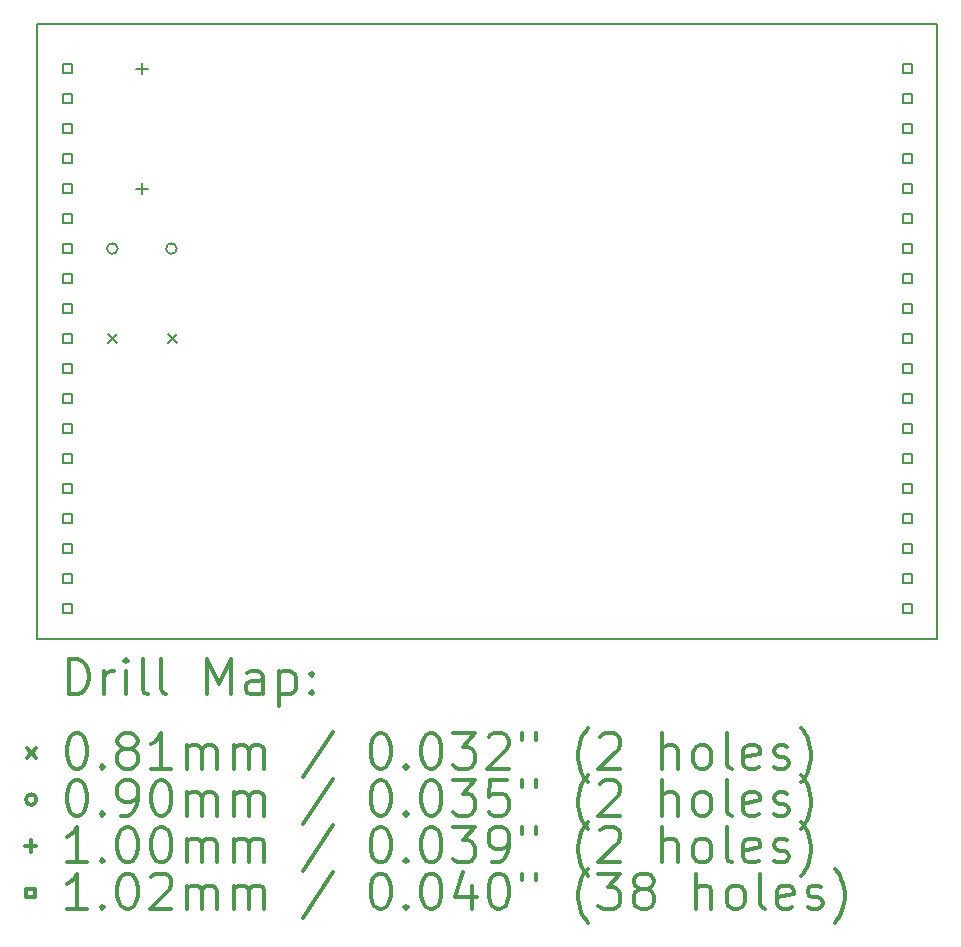
<source format=gbr>
%FSLAX45Y45*%
G04 Gerber Fmt 4.5, Leading zero omitted, Abs format (unit mm)*
G04 Created by KiCad (PCBNEW 4.0.3+e1-6302~38~ubuntu16.04.1-stable) date Thu Aug 25 11:49:28 2016*
%MOMM*%
%LPD*%
G01*
G04 APERTURE LIST*
%ADD10C,0.127000*%
%ADD11C,0.150000*%
%ADD12C,0.200000*%
%ADD13C,0.300000*%
G04 APERTURE END LIST*
D10*
D11*
X16002000Y-11176000D02*
X14732000Y-11176000D01*
X16002000Y-5969000D02*
X16002000Y-11176000D01*
X8382000Y-5969000D02*
X16002000Y-5969000D01*
X14732000Y-11176000D02*
X8382000Y-11176000D01*
X8382000Y-5969000D02*
X8382000Y-11176000D01*
D12*
X8976360Y-8595360D02*
X9057640Y-8676640D01*
X9057640Y-8595360D02*
X8976360Y-8676640D01*
X9484360Y-8595360D02*
X9565640Y-8676640D01*
X9565640Y-8595360D02*
X9484360Y-8676640D01*
X9062000Y-7874000D02*
G75*
G03X9062000Y-7874000I-45000J0D01*
G01*
X9562000Y-7874000D02*
G75*
G03X9562000Y-7874000I-45000J0D01*
G01*
X9271000Y-6299962D02*
X9271000Y-6400038D01*
X9220962Y-6350000D02*
X9321038Y-6350000D01*
X9271000Y-7315962D02*
X9271000Y-7416038D01*
X9220962Y-7366000D02*
X9321038Y-7366000D01*
X8671921Y-6385921D02*
X8671921Y-6314079D01*
X8600079Y-6314079D01*
X8600079Y-6385921D01*
X8671921Y-6385921D01*
X8671921Y-6639921D02*
X8671921Y-6568079D01*
X8600079Y-6568079D01*
X8600079Y-6639921D01*
X8671921Y-6639921D01*
X8671921Y-6893921D02*
X8671921Y-6822079D01*
X8600079Y-6822079D01*
X8600079Y-6893921D01*
X8671921Y-6893921D01*
X8671921Y-7147921D02*
X8671921Y-7076079D01*
X8600079Y-7076079D01*
X8600079Y-7147921D01*
X8671921Y-7147921D01*
X8671921Y-7401921D02*
X8671921Y-7330079D01*
X8600079Y-7330079D01*
X8600079Y-7401921D01*
X8671921Y-7401921D01*
X8671921Y-7655921D02*
X8671921Y-7584079D01*
X8600079Y-7584079D01*
X8600079Y-7655921D01*
X8671921Y-7655921D01*
X8671921Y-7909921D02*
X8671921Y-7838079D01*
X8600079Y-7838079D01*
X8600079Y-7909921D01*
X8671921Y-7909921D01*
X8671921Y-8163921D02*
X8671921Y-8092079D01*
X8600079Y-8092079D01*
X8600079Y-8163921D01*
X8671921Y-8163921D01*
X8671921Y-8417921D02*
X8671921Y-8346079D01*
X8600079Y-8346079D01*
X8600079Y-8417921D01*
X8671921Y-8417921D01*
X8671921Y-8671921D02*
X8671921Y-8600079D01*
X8600079Y-8600079D01*
X8600079Y-8671921D01*
X8671921Y-8671921D01*
X8671921Y-8925921D02*
X8671921Y-8854079D01*
X8600079Y-8854079D01*
X8600079Y-8925921D01*
X8671921Y-8925921D01*
X8671921Y-9179921D02*
X8671921Y-9108079D01*
X8600079Y-9108079D01*
X8600079Y-9179921D01*
X8671921Y-9179921D01*
X8671921Y-9433921D02*
X8671921Y-9362079D01*
X8600079Y-9362079D01*
X8600079Y-9433921D01*
X8671921Y-9433921D01*
X8671921Y-9687921D02*
X8671921Y-9616079D01*
X8600079Y-9616079D01*
X8600079Y-9687921D01*
X8671921Y-9687921D01*
X8671921Y-9941921D02*
X8671921Y-9870079D01*
X8600079Y-9870079D01*
X8600079Y-9941921D01*
X8671921Y-9941921D01*
X8671921Y-10195921D02*
X8671921Y-10124079D01*
X8600079Y-10124079D01*
X8600079Y-10195921D01*
X8671921Y-10195921D01*
X8671921Y-10449921D02*
X8671921Y-10378079D01*
X8600079Y-10378079D01*
X8600079Y-10449921D01*
X8671921Y-10449921D01*
X8671921Y-10703921D02*
X8671921Y-10632079D01*
X8600079Y-10632079D01*
X8600079Y-10703921D01*
X8671921Y-10703921D01*
X8671921Y-10957921D02*
X8671921Y-10886079D01*
X8600079Y-10886079D01*
X8600079Y-10957921D01*
X8671921Y-10957921D01*
X15783921Y-6385921D02*
X15783921Y-6314079D01*
X15712079Y-6314079D01*
X15712079Y-6385921D01*
X15783921Y-6385921D01*
X15783921Y-6639921D02*
X15783921Y-6568079D01*
X15712079Y-6568079D01*
X15712079Y-6639921D01*
X15783921Y-6639921D01*
X15783921Y-6893921D02*
X15783921Y-6822079D01*
X15712079Y-6822079D01*
X15712079Y-6893921D01*
X15783921Y-6893921D01*
X15783921Y-7147921D02*
X15783921Y-7076079D01*
X15712079Y-7076079D01*
X15712079Y-7147921D01*
X15783921Y-7147921D01*
X15783921Y-7401921D02*
X15783921Y-7330079D01*
X15712079Y-7330079D01*
X15712079Y-7401921D01*
X15783921Y-7401921D01*
X15783921Y-7655921D02*
X15783921Y-7584079D01*
X15712079Y-7584079D01*
X15712079Y-7655921D01*
X15783921Y-7655921D01*
X15783921Y-7909921D02*
X15783921Y-7838079D01*
X15712079Y-7838079D01*
X15712079Y-7909921D01*
X15783921Y-7909921D01*
X15783921Y-8163921D02*
X15783921Y-8092079D01*
X15712079Y-8092079D01*
X15712079Y-8163921D01*
X15783921Y-8163921D01*
X15783921Y-8417921D02*
X15783921Y-8346079D01*
X15712079Y-8346079D01*
X15712079Y-8417921D01*
X15783921Y-8417921D01*
X15783921Y-8671921D02*
X15783921Y-8600079D01*
X15712079Y-8600079D01*
X15712079Y-8671921D01*
X15783921Y-8671921D01*
X15783921Y-8925921D02*
X15783921Y-8854079D01*
X15712079Y-8854079D01*
X15712079Y-8925921D01*
X15783921Y-8925921D01*
X15783921Y-9179921D02*
X15783921Y-9108079D01*
X15712079Y-9108079D01*
X15712079Y-9179921D01*
X15783921Y-9179921D01*
X15783921Y-9433921D02*
X15783921Y-9362079D01*
X15712079Y-9362079D01*
X15712079Y-9433921D01*
X15783921Y-9433921D01*
X15783921Y-9687921D02*
X15783921Y-9616079D01*
X15712079Y-9616079D01*
X15712079Y-9687921D01*
X15783921Y-9687921D01*
X15783921Y-9941921D02*
X15783921Y-9870079D01*
X15712079Y-9870079D01*
X15712079Y-9941921D01*
X15783921Y-9941921D01*
X15783921Y-10195921D02*
X15783921Y-10124079D01*
X15712079Y-10124079D01*
X15712079Y-10195921D01*
X15783921Y-10195921D01*
X15783921Y-10449921D02*
X15783921Y-10378079D01*
X15712079Y-10378079D01*
X15712079Y-10449921D01*
X15783921Y-10449921D01*
X15783921Y-10703921D02*
X15783921Y-10632079D01*
X15712079Y-10632079D01*
X15712079Y-10703921D01*
X15783921Y-10703921D01*
X15783921Y-10957921D02*
X15783921Y-10886079D01*
X15712079Y-10886079D01*
X15712079Y-10957921D01*
X15783921Y-10957921D01*
D13*
X8645929Y-11649214D02*
X8645929Y-11349214D01*
X8717357Y-11349214D01*
X8760214Y-11363500D01*
X8788786Y-11392071D01*
X8803071Y-11420643D01*
X8817357Y-11477786D01*
X8817357Y-11520643D01*
X8803071Y-11577786D01*
X8788786Y-11606357D01*
X8760214Y-11634929D01*
X8717357Y-11649214D01*
X8645929Y-11649214D01*
X8945929Y-11649214D02*
X8945929Y-11449214D01*
X8945929Y-11506357D02*
X8960214Y-11477786D01*
X8974500Y-11463500D01*
X9003071Y-11449214D01*
X9031643Y-11449214D01*
X9131643Y-11649214D02*
X9131643Y-11449214D01*
X9131643Y-11349214D02*
X9117357Y-11363500D01*
X9131643Y-11377786D01*
X9145929Y-11363500D01*
X9131643Y-11349214D01*
X9131643Y-11377786D01*
X9317357Y-11649214D02*
X9288786Y-11634929D01*
X9274500Y-11606357D01*
X9274500Y-11349214D01*
X9474500Y-11649214D02*
X9445929Y-11634929D01*
X9431643Y-11606357D01*
X9431643Y-11349214D01*
X9817357Y-11649214D02*
X9817357Y-11349214D01*
X9917357Y-11563500D01*
X10017357Y-11349214D01*
X10017357Y-11649214D01*
X10288786Y-11649214D02*
X10288786Y-11492071D01*
X10274500Y-11463500D01*
X10245929Y-11449214D01*
X10188786Y-11449214D01*
X10160214Y-11463500D01*
X10288786Y-11634929D02*
X10260214Y-11649214D01*
X10188786Y-11649214D01*
X10160214Y-11634929D01*
X10145929Y-11606357D01*
X10145929Y-11577786D01*
X10160214Y-11549214D01*
X10188786Y-11534929D01*
X10260214Y-11534929D01*
X10288786Y-11520643D01*
X10431643Y-11449214D02*
X10431643Y-11749214D01*
X10431643Y-11463500D02*
X10460214Y-11449214D01*
X10517357Y-11449214D01*
X10545929Y-11463500D01*
X10560214Y-11477786D01*
X10574500Y-11506357D01*
X10574500Y-11592071D01*
X10560214Y-11620643D01*
X10545929Y-11634929D01*
X10517357Y-11649214D01*
X10460214Y-11649214D01*
X10431643Y-11634929D01*
X10703071Y-11620643D02*
X10717357Y-11634929D01*
X10703071Y-11649214D01*
X10688786Y-11634929D01*
X10703071Y-11620643D01*
X10703071Y-11649214D01*
X10703071Y-11463500D02*
X10717357Y-11477786D01*
X10703071Y-11492071D01*
X10688786Y-11477786D01*
X10703071Y-11463500D01*
X10703071Y-11492071D01*
X8293220Y-12102860D02*
X8374500Y-12184140D01*
X8374500Y-12102860D02*
X8293220Y-12184140D01*
X8703071Y-11979214D02*
X8731643Y-11979214D01*
X8760214Y-11993500D01*
X8774500Y-12007786D01*
X8788786Y-12036357D01*
X8803071Y-12093500D01*
X8803071Y-12164929D01*
X8788786Y-12222071D01*
X8774500Y-12250643D01*
X8760214Y-12264929D01*
X8731643Y-12279214D01*
X8703071Y-12279214D01*
X8674500Y-12264929D01*
X8660214Y-12250643D01*
X8645929Y-12222071D01*
X8631643Y-12164929D01*
X8631643Y-12093500D01*
X8645929Y-12036357D01*
X8660214Y-12007786D01*
X8674500Y-11993500D01*
X8703071Y-11979214D01*
X8931643Y-12250643D02*
X8945929Y-12264929D01*
X8931643Y-12279214D01*
X8917357Y-12264929D01*
X8931643Y-12250643D01*
X8931643Y-12279214D01*
X9117357Y-12107786D02*
X9088786Y-12093500D01*
X9074500Y-12079214D01*
X9060214Y-12050643D01*
X9060214Y-12036357D01*
X9074500Y-12007786D01*
X9088786Y-11993500D01*
X9117357Y-11979214D01*
X9174500Y-11979214D01*
X9203071Y-11993500D01*
X9217357Y-12007786D01*
X9231643Y-12036357D01*
X9231643Y-12050643D01*
X9217357Y-12079214D01*
X9203071Y-12093500D01*
X9174500Y-12107786D01*
X9117357Y-12107786D01*
X9088786Y-12122071D01*
X9074500Y-12136357D01*
X9060214Y-12164929D01*
X9060214Y-12222071D01*
X9074500Y-12250643D01*
X9088786Y-12264929D01*
X9117357Y-12279214D01*
X9174500Y-12279214D01*
X9203071Y-12264929D01*
X9217357Y-12250643D01*
X9231643Y-12222071D01*
X9231643Y-12164929D01*
X9217357Y-12136357D01*
X9203071Y-12122071D01*
X9174500Y-12107786D01*
X9517357Y-12279214D02*
X9345929Y-12279214D01*
X9431643Y-12279214D02*
X9431643Y-11979214D01*
X9403071Y-12022071D01*
X9374500Y-12050643D01*
X9345929Y-12064929D01*
X9645929Y-12279214D02*
X9645929Y-12079214D01*
X9645929Y-12107786D02*
X9660214Y-12093500D01*
X9688786Y-12079214D01*
X9731643Y-12079214D01*
X9760214Y-12093500D01*
X9774500Y-12122071D01*
X9774500Y-12279214D01*
X9774500Y-12122071D02*
X9788786Y-12093500D01*
X9817357Y-12079214D01*
X9860214Y-12079214D01*
X9888786Y-12093500D01*
X9903071Y-12122071D01*
X9903071Y-12279214D01*
X10045929Y-12279214D02*
X10045929Y-12079214D01*
X10045929Y-12107786D02*
X10060214Y-12093500D01*
X10088786Y-12079214D01*
X10131643Y-12079214D01*
X10160214Y-12093500D01*
X10174500Y-12122071D01*
X10174500Y-12279214D01*
X10174500Y-12122071D02*
X10188786Y-12093500D01*
X10217357Y-12079214D01*
X10260214Y-12079214D01*
X10288786Y-12093500D01*
X10303071Y-12122071D01*
X10303071Y-12279214D01*
X10888786Y-11964929D02*
X10631643Y-12350643D01*
X11274500Y-11979214D02*
X11303071Y-11979214D01*
X11331643Y-11993500D01*
X11345928Y-12007786D01*
X11360214Y-12036357D01*
X11374500Y-12093500D01*
X11374500Y-12164929D01*
X11360214Y-12222071D01*
X11345928Y-12250643D01*
X11331643Y-12264929D01*
X11303071Y-12279214D01*
X11274500Y-12279214D01*
X11245928Y-12264929D01*
X11231643Y-12250643D01*
X11217357Y-12222071D01*
X11203071Y-12164929D01*
X11203071Y-12093500D01*
X11217357Y-12036357D01*
X11231643Y-12007786D01*
X11245928Y-11993500D01*
X11274500Y-11979214D01*
X11503071Y-12250643D02*
X11517357Y-12264929D01*
X11503071Y-12279214D01*
X11488786Y-12264929D01*
X11503071Y-12250643D01*
X11503071Y-12279214D01*
X11703071Y-11979214D02*
X11731643Y-11979214D01*
X11760214Y-11993500D01*
X11774500Y-12007786D01*
X11788785Y-12036357D01*
X11803071Y-12093500D01*
X11803071Y-12164929D01*
X11788785Y-12222071D01*
X11774500Y-12250643D01*
X11760214Y-12264929D01*
X11731643Y-12279214D01*
X11703071Y-12279214D01*
X11674500Y-12264929D01*
X11660214Y-12250643D01*
X11645928Y-12222071D01*
X11631643Y-12164929D01*
X11631643Y-12093500D01*
X11645928Y-12036357D01*
X11660214Y-12007786D01*
X11674500Y-11993500D01*
X11703071Y-11979214D01*
X11903071Y-11979214D02*
X12088785Y-11979214D01*
X11988785Y-12093500D01*
X12031643Y-12093500D01*
X12060214Y-12107786D01*
X12074500Y-12122071D01*
X12088785Y-12150643D01*
X12088785Y-12222071D01*
X12074500Y-12250643D01*
X12060214Y-12264929D01*
X12031643Y-12279214D01*
X11945928Y-12279214D01*
X11917357Y-12264929D01*
X11903071Y-12250643D01*
X12203071Y-12007786D02*
X12217357Y-11993500D01*
X12245928Y-11979214D01*
X12317357Y-11979214D01*
X12345928Y-11993500D01*
X12360214Y-12007786D01*
X12374500Y-12036357D01*
X12374500Y-12064929D01*
X12360214Y-12107786D01*
X12188785Y-12279214D01*
X12374500Y-12279214D01*
X12488786Y-11979214D02*
X12488786Y-12036357D01*
X12603071Y-11979214D02*
X12603071Y-12036357D01*
X13045928Y-12393500D02*
X13031643Y-12379214D01*
X13003071Y-12336357D01*
X12988785Y-12307786D01*
X12974500Y-12264929D01*
X12960214Y-12193500D01*
X12960214Y-12136357D01*
X12974500Y-12064929D01*
X12988785Y-12022071D01*
X13003071Y-11993500D01*
X13031643Y-11950643D01*
X13045928Y-11936357D01*
X13145928Y-12007786D02*
X13160214Y-11993500D01*
X13188785Y-11979214D01*
X13260214Y-11979214D01*
X13288785Y-11993500D01*
X13303071Y-12007786D01*
X13317357Y-12036357D01*
X13317357Y-12064929D01*
X13303071Y-12107786D01*
X13131643Y-12279214D01*
X13317357Y-12279214D01*
X13674500Y-12279214D02*
X13674500Y-11979214D01*
X13803071Y-12279214D02*
X13803071Y-12122071D01*
X13788785Y-12093500D01*
X13760214Y-12079214D01*
X13717357Y-12079214D01*
X13688785Y-12093500D01*
X13674500Y-12107786D01*
X13988785Y-12279214D02*
X13960214Y-12264929D01*
X13945928Y-12250643D01*
X13931643Y-12222071D01*
X13931643Y-12136357D01*
X13945928Y-12107786D01*
X13960214Y-12093500D01*
X13988785Y-12079214D01*
X14031643Y-12079214D01*
X14060214Y-12093500D01*
X14074500Y-12107786D01*
X14088785Y-12136357D01*
X14088785Y-12222071D01*
X14074500Y-12250643D01*
X14060214Y-12264929D01*
X14031643Y-12279214D01*
X13988785Y-12279214D01*
X14260214Y-12279214D02*
X14231643Y-12264929D01*
X14217357Y-12236357D01*
X14217357Y-11979214D01*
X14488786Y-12264929D02*
X14460214Y-12279214D01*
X14403071Y-12279214D01*
X14374500Y-12264929D01*
X14360214Y-12236357D01*
X14360214Y-12122071D01*
X14374500Y-12093500D01*
X14403071Y-12079214D01*
X14460214Y-12079214D01*
X14488786Y-12093500D01*
X14503071Y-12122071D01*
X14503071Y-12150643D01*
X14360214Y-12179214D01*
X14617357Y-12264929D02*
X14645928Y-12279214D01*
X14703071Y-12279214D01*
X14731643Y-12264929D01*
X14745928Y-12236357D01*
X14745928Y-12222071D01*
X14731643Y-12193500D01*
X14703071Y-12179214D01*
X14660214Y-12179214D01*
X14631643Y-12164929D01*
X14617357Y-12136357D01*
X14617357Y-12122071D01*
X14631643Y-12093500D01*
X14660214Y-12079214D01*
X14703071Y-12079214D01*
X14731643Y-12093500D01*
X14845928Y-12393500D02*
X14860214Y-12379214D01*
X14888786Y-12336357D01*
X14903071Y-12307786D01*
X14917357Y-12264929D01*
X14931643Y-12193500D01*
X14931643Y-12136357D01*
X14917357Y-12064929D01*
X14903071Y-12022071D01*
X14888786Y-11993500D01*
X14860214Y-11950643D01*
X14845928Y-11936357D01*
X8374500Y-12539500D02*
G75*
G03X8374500Y-12539500I-45000J0D01*
G01*
X8703071Y-12375214D02*
X8731643Y-12375214D01*
X8760214Y-12389500D01*
X8774500Y-12403786D01*
X8788786Y-12432357D01*
X8803071Y-12489500D01*
X8803071Y-12560929D01*
X8788786Y-12618071D01*
X8774500Y-12646643D01*
X8760214Y-12660929D01*
X8731643Y-12675214D01*
X8703071Y-12675214D01*
X8674500Y-12660929D01*
X8660214Y-12646643D01*
X8645929Y-12618071D01*
X8631643Y-12560929D01*
X8631643Y-12489500D01*
X8645929Y-12432357D01*
X8660214Y-12403786D01*
X8674500Y-12389500D01*
X8703071Y-12375214D01*
X8931643Y-12646643D02*
X8945929Y-12660929D01*
X8931643Y-12675214D01*
X8917357Y-12660929D01*
X8931643Y-12646643D01*
X8931643Y-12675214D01*
X9088786Y-12675214D02*
X9145928Y-12675214D01*
X9174500Y-12660929D01*
X9188786Y-12646643D01*
X9217357Y-12603786D01*
X9231643Y-12546643D01*
X9231643Y-12432357D01*
X9217357Y-12403786D01*
X9203071Y-12389500D01*
X9174500Y-12375214D01*
X9117357Y-12375214D01*
X9088786Y-12389500D01*
X9074500Y-12403786D01*
X9060214Y-12432357D01*
X9060214Y-12503786D01*
X9074500Y-12532357D01*
X9088786Y-12546643D01*
X9117357Y-12560929D01*
X9174500Y-12560929D01*
X9203071Y-12546643D01*
X9217357Y-12532357D01*
X9231643Y-12503786D01*
X9417357Y-12375214D02*
X9445929Y-12375214D01*
X9474500Y-12389500D01*
X9488786Y-12403786D01*
X9503071Y-12432357D01*
X9517357Y-12489500D01*
X9517357Y-12560929D01*
X9503071Y-12618071D01*
X9488786Y-12646643D01*
X9474500Y-12660929D01*
X9445929Y-12675214D01*
X9417357Y-12675214D01*
X9388786Y-12660929D01*
X9374500Y-12646643D01*
X9360214Y-12618071D01*
X9345929Y-12560929D01*
X9345929Y-12489500D01*
X9360214Y-12432357D01*
X9374500Y-12403786D01*
X9388786Y-12389500D01*
X9417357Y-12375214D01*
X9645929Y-12675214D02*
X9645929Y-12475214D01*
X9645929Y-12503786D02*
X9660214Y-12489500D01*
X9688786Y-12475214D01*
X9731643Y-12475214D01*
X9760214Y-12489500D01*
X9774500Y-12518071D01*
X9774500Y-12675214D01*
X9774500Y-12518071D02*
X9788786Y-12489500D01*
X9817357Y-12475214D01*
X9860214Y-12475214D01*
X9888786Y-12489500D01*
X9903071Y-12518071D01*
X9903071Y-12675214D01*
X10045929Y-12675214D02*
X10045929Y-12475214D01*
X10045929Y-12503786D02*
X10060214Y-12489500D01*
X10088786Y-12475214D01*
X10131643Y-12475214D01*
X10160214Y-12489500D01*
X10174500Y-12518071D01*
X10174500Y-12675214D01*
X10174500Y-12518071D02*
X10188786Y-12489500D01*
X10217357Y-12475214D01*
X10260214Y-12475214D01*
X10288786Y-12489500D01*
X10303071Y-12518071D01*
X10303071Y-12675214D01*
X10888786Y-12360929D02*
X10631643Y-12746643D01*
X11274500Y-12375214D02*
X11303071Y-12375214D01*
X11331643Y-12389500D01*
X11345928Y-12403786D01*
X11360214Y-12432357D01*
X11374500Y-12489500D01*
X11374500Y-12560929D01*
X11360214Y-12618071D01*
X11345928Y-12646643D01*
X11331643Y-12660929D01*
X11303071Y-12675214D01*
X11274500Y-12675214D01*
X11245928Y-12660929D01*
X11231643Y-12646643D01*
X11217357Y-12618071D01*
X11203071Y-12560929D01*
X11203071Y-12489500D01*
X11217357Y-12432357D01*
X11231643Y-12403786D01*
X11245928Y-12389500D01*
X11274500Y-12375214D01*
X11503071Y-12646643D02*
X11517357Y-12660929D01*
X11503071Y-12675214D01*
X11488786Y-12660929D01*
X11503071Y-12646643D01*
X11503071Y-12675214D01*
X11703071Y-12375214D02*
X11731643Y-12375214D01*
X11760214Y-12389500D01*
X11774500Y-12403786D01*
X11788785Y-12432357D01*
X11803071Y-12489500D01*
X11803071Y-12560929D01*
X11788785Y-12618071D01*
X11774500Y-12646643D01*
X11760214Y-12660929D01*
X11731643Y-12675214D01*
X11703071Y-12675214D01*
X11674500Y-12660929D01*
X11660214Y-12646643D01*
X11645928Y-12618071D01*
X11631643Y-12560929D01*
X11631643Y-12489500D01*
X11645928Y-12432357D01*
X11660214Y-12403786D01*
X11674500Y-12389500D01*
X11703071Y-12375214D01*
X11903071Y-12375214D02*
X12088785Y-12375214D01*
X11988785Y-12489500D01*
X12031643Y-12489500D01*
X12060214Y-12503786D01*
X12074500Y-12518071D01*
X12088785Y-12546643D01*
X12088785Y-12618071D01*
X12074500Y-12646643D01*
X12060214Y-12660929D01*
X12031643Y-12675214D01*
X11945928Y-12675214D01*
X11917357Y-12660929D01*
X11903071Y-12646643D01*
X12360214Y-12375214D02*
X12217357Y-12375214D01*
X12203071Y-12518071D01*
X12217357Y-12503786D01*
X12245928Y-12489500D01*
X12317357Y-12489500D01*
X12345928Y-12503786D01*
X12360214Y-12518071D01*
X12374500Y-12546643D01*
X12374500Y-12618071D01*
X12360214Y-12646643D01*
X12345928Y-12660929D01*
X12317357Y-12675214D01*
X12245928Y-12675214D01*
X12217357Y-12660929D01*
X12203071Y-12646643D01*
X12488786Y-12375214D02*
X12488786Y-12432357D01*
X12603071Y-12375214D02*
X12603071Y-12432357D01*
X13045928Y-12789500D02*
X13031643Y-12775214D01*
X13003071Y-12732357D01*
X12988785Y-12703786D01*
X12974500Y-12660929D01*
X12960214Y-12589500D01*
X12960214Y-12532357D01*
X12974500Y-12460929D01*
X12988785Y-12418071D01*
X13003071Y-12389500D01*
X13031643Y-12346643D01*
X13045928Y-12332357D01*
X13145928Y-12403786D02*
X13160214Y-12389500D01*
X13188785Y-12375214D01*
X13260214Y-12375214D01*
X13288785Y-12389500D01*
X13303071Y-12403786D01*
X13317357Y-12432357D01*
X13317357Y-12460929D01*
X13303071Y-12503786D01*
X13131643Y-12675214D01*
X13317357Y-12675214D01*
X13674500Y-12675214D02*
X13674500Y-12375214D01*
X13803071Y-12675214D02*
X13803071Y-12518071D01*
X13788785Y-12489500D01*
X13760214Y-12475214D01*
X13717357Y-12475214D01*
X13688785Y-12489500D01*
X13674500Y-12503786D01*
X13988785Y-12675214D02*
X13960214Y-12660929D01*
X13945928Y-12646643D01*
X13931643Y-12618071D01*
X13931643Y-12532357D01*
X13945928Y-12503786D01*
X13960214Y-12489500D01*
X13988785Y-12475214D01*
X14031643Y-12475214D01*
X14060214Y-12489500D01*
X14074500Y-12503786D01*
X14088785Y-12532357D01*
X14088785Y-12618071D01*
X14074500Y-12646643D01*
X14060214Y-12660929D01*
X14031643Y-12675214D01*
X13988785Y-12675214D01*
X14260214Y-12675214D02*
X14231643Y-12660929D01*
X14217357Y-12632357D01*
X14217357Y-12375214D01*
X14488786Y-12660929D02*
X14460214Y-12675214D01*
X14403071Y-12675214D01*
X14374500Y-12660929D01*
X14360214Y-12632357D01*
X14360214Y-12518071D01*
X14374500Y-12489500D01*
X14403071Y-12475214D01*
X14460214Y-12475214D01*
X14488786Y-12489500D01*
X14503071Y-12518071D01*
X14503071Y-12546643D01*
X14360214Y-12575214D01*
X14617357Y-12660929D02*
X14645928Y-12675214D01*
X14703071Y-12675214D01*
X14731643Y-12660929D01*
X14745928Y-12632357D01*
X14745928Y-12618071D01*
X14731643Y-12589500D01*
X14703071Y-12575214D01*
X14660214Y-12575214D01*
X14631643Y-12560929D01*
X14617357Y-12532357D01*
X14617357Y-12518071D01*
X14631643Y-12489500D01*
X14660214Y-12475214D01*
X14703071Y-12475214D01*
X14731643Y-12489500D01*
X14845928Y-12789500D02*
X14860214Y-12775214D01*
X14888786Y-12732357D01*
X14903071Y-12703786D01*
X14917357Y-12660929D01*
X14931643Y-12589500D01*
X14931643Y-12532357D01*
X14917357Y-12460929D01*
X14903071Y-12418071D01*
X14888786Y-12389500D01*
X14860214Y-12346643D01*
X14845928Y-12332357D01*
X8324462Y-12885462D02*
X8324462Y-12985538D01*
X8274424Y-12935500D02*
X8374500Y-12935500D01*
X8803071Y-13071214D02*
X8631643Y-13071214D01*
X8717357Y-13071214D02*
X8717357Y-12771214D01*
X8688786Y-12814071D01*
X8660214Y-12842643D01*
X8631643Y-12856929D01*
X8931643Y-13042643D02*
X8945929Y-13056929D01*
X8931643Y-13071214D01*
X8917357Y-13056929D01*
X8931643Y-13042643D01*
X8931643Y-13071214D01*
X9131643Y-12771214D02*
X9160214Y-12771214D01*
X9188786Y-12785500D01*
X9203071Y-12799786D01*
X9217357Y-12828357D01*
X9231643Y-12885500D01*
X9231643Y-12956929D01*
X9217357Y-13014071D01*
X9203071Y-13042643D01*
X9188786Y-13056929D01*
X9160214Y-13071214D01*
X9131643Y-13071214D01*
X9103071Y-13056929D01*
X9088786Y-13042643D01*
X9074500Y-13014071D01*
X9060214Y-12956929D01*
X9060214Y-12885500D01*
X9074500Y-12828357D01*
X9088786Y-12799786D01*
X9103071Y-12785500D01*
X9131643Y-12771214D01*
X9417357Y-12771214D02*
X9445929Y-12771214D01*
X9474500Y-12785500D01*
X9488786Y-12799786D01*
X9503071Y-12828357D01*
X9517357Y-12885500D01*
X9517357Y-12956929D01*
X9503071Y-13014071D01*
X9488786Y-13042643D01*
X9474500Y-13056929D01*
X9445929Y-13071214D01*
X9417357Y-13071214D01*
X9388786Y-13056929D01*
X9374500Y-13042643D01*
X9360214Y-13014071D01*
X9345929Y-12956929D01*
X9345929Y-12885500D01*
X9360214Y-12828357D01*
X9374500Y-12799786D01*
X9388786Y-12785500D01*
X9417357Y-12771214D01*
X9645929Y-13071214D02*
X9645929Y-12871214D01*
X9645929Y-12899786D02*
X9660214Y-12885500D01*
X9688786Y-12871214D01*
X9731643Y-12871214D01*
X9760214Y-12885500D01*
X9774500Y-12914071D01*
X9774500Y-13071214D01*
X9774500Y-12914071D02*
X9788786Y-12885500D01*
X9817357Y-12871214D01*
X9860214Y-12871214D01*
X9888786Y-12885500D01*
X9903071Y-12914071D01*
X9903071Y-13071214D01*
X10045929Y-13071214D02*
X10045929Y-12871214D01*
X10045929Y-12899786D02*
X10060214Y-12885500D01*
X10088786Y-12871214D01*
X10131643Y-12871214D01*
X10160214Y-12885500D01*
X10174500Y-12914071D01*
X10174500Y-13071214D01*
X10174500Y-12914071D02*
X10188786Y-12885500D01*
X10217357Y-12871214D01*
X10260214Y-12871214D01*
X10288786Y-12885500D01*
X10303071Y-12914071D01*
X10303071Y-13071214D01*
X10888786Y-12756929D02*
X10631643Y-13142643D01*
X11274500Y-12771214D02*
X11303071Y-12771214D01*
X11331643Y-12785500D01*
X11345928Y-12799786D01*
X11360214Y-12828357D01*
X11374500Y-12885500D01*
X11374500Y-12956929D01*
X11360214Y-13014071D01*
X11345928Y-13042643D01*
X11331643Y-13056929D01*
X11303071Y-13071214D01*
X11274500Y-13071214D01*
X11245928Y-13056929D01*
X11231643Y-13042643D01*
X11217357Y-13014071D01*
X11203071Y-12956929D01*
X11203071Y-12885500D01*
X11217357Y-12828357D01*
X11231643Y-12799786D01*
X11245928Y-12785500D01*
X11274500Y-12771214D01*
X11503071Y-13042643D02*
X11517357Y-13056929D01*
X11503071Y-13071214D01*
X11488786Y-13056929D01*
X11503071Y-13042643D01*
X11503071Y-13071214D01*
X11703071Y-12771214D02*
X11731643Y-12771214D01*
X11760214Y-12785500D01*
X11774500Y-12799786D01*
X11788785Y-12828357D01*
X11803071Y-12885500D01*
X11803071Y-12956929D01*
X11788785Y-13014071D01*
X11774500Y-13042643D01*
X11760214Y-13056929D01*
X11731643Y-13071214D01*
X11703071Y-13071214D01*
X11674500Y-13056929D01*
X11660214Y-13042643D01*
X11645928Y-13014071D01*
X11631643Y-12956929D01*
X11631643Y-12885500D01*
X11645928Y-12828357D01*
X11660214Y-12799786D01*
X11674500Y-12785500D01*
X11703071Y-12771214D01*
X11903071Y-12771214D02*
X12088785Y-12771214D01*
X11988785Y-12885500D01*
X12031643Y-12885500D01*
X12060214Y-12899786D01*
X12074500Y-12914071D01*
X12088785Y-12942643D01*
X12088785Y-13014071D01*
X12074500Y-13042643D01*
X12060214Y-13056929D01*
X12031643Y-13071214D01*
X11945928Y-13071214D01*
X11917357Y-13056929D01*
X11903071Y-13042643D01*
X12231643Y-13071214D02*
X12288785Y-13071214D01*
X12317357Y-13056929D01*
X12331643Y-13042643D01*
X12360214Y-12999786D01*
X12374500Y-12942643D01*
X12374500Y-12828357D01*
X12360214Y-12799786D01*
X12345928Y-12785500D01*
X12317357Y-12771214D01*
X12260214Y-12771214D01*
X12231643Y-12785500D01*
X12217357Y-12799786D01*
X12203071Y-12828357D01*
X12203071Y-12899786D01*
X12217357Y-12928357D01*
X12231643Y-12942643D01*
X12260214Y-12956929D01*
X12317357Y-12956929D01*
X12345928Y-12942643D01*
X12360214Y-12928357D01*
X12374500Y-12899786D01*
X12488786Y-12771214D02*
X12488786Y-12828357D01*
X12603071Y-12771214D02*
X12603071Y-12828357D01*
X13045928Y-13185500D02*
X13031643Y-13171214D01*
X13003071Y-13128357D01*
X12988785Y-13099786D01*
X12974500Y-13056929D01*
X12960214Y-12985500D01*
X12960214Y-12928357D01*
X12974500Y-12856929D01*
X12988785Y-12814071D01*
X13003071Y-12785500D01*
X13031643Y-12742643D01*
X13045928Y-12728357D01*
X13145928Y-12799786D02*
X13160214Y-12785500D01*
X13188785Y-12771214D01*
X13260214Y-12771214D01*
X13288785Y-12785500D01*
X13303071Y-12799786D01*
X13317357Y-12828357D01*
X13317357Y-12856929D01*
X13303071Y-12899786D01*
X13131643Y-13071214D01*
X13317357Y-13071214D01*
X13674500Y-13071214D02*
X13674500Y-12771214D01*
X13803071Y-13071214D02*
X13803071Y-12914071D01*
X13788785Y-12885500D01*
X13760214Y-12871214D01*
X13717357Y-12871214D01*
X13688785Y-12885500D01*
X13674500Y-12899786D01*
X13988785Y-13071214D02*
X13960214Y-13056929D01*
X13945928Y-13042643D01*
X13931643Y-13014071D01*
X13931643Y-12928357D01*
X13945928Y-12899786D01*
X13960214Y-12885500D01*
X13988785Y-12871214D01*
X14031643Y-12871214D01*
X14060214Y-12885500D01*
X14074500Y-12899786D01*
X14088785Y-12928357D01*
X14088785Y-13014071D01*
X14074500Y-13042643D01*
X14060214Y-13056929D01*
X14031643Y-13071214D01*
X13988785Y-13071214D01*
X14260214Y-13071214D02*
X14231643Y-13056929D01*
X14217357Y-13028357D01*
X14217357Y-12771214D01*
X14488786Y-13056929D02*
X14460214Y-13071214D01*
X14403071Y-13071214D01*
X14374500Y-13056929D01*
X14360214Y-13028357D01*
X14360214Y-12914071D01*
X14374500Y-12885500D01*
X14403071Y-12871214D01*
X14460214Y-12871214D01*
X14488786Y-12885500D01*
X14503071Y-12914071D01*
X14503071Y-12942643D01*
X14360214Y-12971214D01*
X14617357Y-13056929D02*
X14645928Y-13071214D01*
X14703071Y-13071214D01*
X14731643Y-13056929D01*
X14745928Y-13028357D01*
X14745928Y-13014071D01*
X14731643Y-12985500D01*
X14703071Y-12971214D01*
X14660214Y-12971214D01*
X14631643Y-12956929D01*
X14617357Y-12928357D01*
X14617357Y-12914071D01*
X14631643Y-12885500D01*
X14660214Y-12871214D01*
X14703071Y-12871214D01*
X14731643Y-12885500D01*
X14845928Y-13185500D02*
X14860214Y-13171214D01*
X14888786Y-13128357D01*
X14903071Y-13099786D01*
X14917357Y-13056929D01*
X14931643Y-12985500D01*
X14931643Y-12928357D01*
X14917357Y-12856929D01*
X14903071Y-12814071D01*
X14888786Y-12785500D01*
X14860214Y-12742643D01*
X14845928Y-12728357D01*
X8359621Y-13367421D02*
X8359621Y-13295579D01*
X8287778Y-13295579D01*
X8287778Y-13367421D01*
X8359621Y-13367421D01*
X8803071Y-13467214D02*
X8631643Y-13467214D01*
X8717357Y-13467214D02*
X8717357Y-13167214D01*
X8688786Y-13210071D01*
X8660214Y-13238643D01*
X8631643Y-13252929D01*
X8931643Y-13438643D02*
X8945929Y-13452929D01*
X8931643Y-13467214D01*
X8917357Y-13452929D01*
X8931643Y-13438643D01*
X8931643Y-13467214D01*
X9131643Y-13167214D02*
X9160214Y-13167214D01*
X9188786Y-13181500D01*
X9203071Y-13195786D01*
X9217357Y-13224357D01*
X9231643Y-13281500D01*
X9231643Y-13352929D01*
X9217357Y-13410071D01*
X9203071Y-13438643D01*
X9188786Y-13452929D01*
X9160214Y-13467214D01*
X9131643Y-13467214D01*
X9103071Y-13452929D01*
X9088786Y-13438643D01*
X9074500Y-13410071D01*
X9060214Y-13352929D01*
X9060214Y-13281500D01*
X9074500Y-13224357D01*
X9088786Y-13195786D01*
X9103071Y-13181500D01*
X9131643Y-13167214D01*
X9345929Y-13195786D02*
X9360214Y-13181500D01*
X9388786Y-13167214D01*
X9460214Y-13167214D01*
X9488786Y-13181500D01*
X9503071Y-13195786D01*
X9517357Y-13224357D01*
X9517357Y-13252929D01*
X9503071Y-13295786D01*
X9331643Y-13467214D01*
X9517357Y-13467214D01*
X9645929Y-13467214D02*
X9645929Y-13267214D01*
X9645929Y-13295786D02*
X9660214Y-13281500D01*
X9688786Y-13267214D01*
X9731643Y-13267214D01*
X9760214Y-13281500D01*
X9774500Y-13310071D01*
X9774500Y-13467214D01*
X9774500Y-13310071D02*
X9788786Y-13281500D01*
X9817357Y-13267214D01*
X9860214Y-13267214D01*
X9888786Y-13281500D01*
X9903071Y-13310071D01*
X9903071Y-13467214D01*
X10045929Y-13467214D02*
X10045929Y-13267214D01*
X10045929Y-13295786D02*
X10060214Y-13281500D01*
X10088786Y-13267214D01*
X10131643Y-13267214D01*
X10160214Y-13281500D01*
X10174500Y-13310071D01*
X10174500Y-13467214D01*
X10174500Y-13310071D02*
X10188786Y-13281500D01*
X10217357Y-13267214D01*
X10260214Y-13267214D01*
X10288786Y-13281500D01*
X10303071Y-13310071D01*
X10303071Y-13467214D01*
X10888786Y-13152929D02*
X10631643Y-13538643D01*
X11274500Y-13167214D02*
X11303071Y-13167214D01*
X11331643Y-13181500D01*
X11345928Y-13195786D01*
X11360214Y-13224357D01*
X11374500Y-13281500D01*
X11374500Y-13352929D01*
X11360214Y-13410071D01*
X11345928Y-13438643D01*
X11331643Y-13452929D01*
X11303071Y-13467214D01*
X11274500Y-13467214D01*
X11245928Y-13452929D01*
X11231643Y-13438643D01*
X11217357Y-13410071D01*
X11203071Y-13352929D01*
X11203071Y-13281500D01*
X11217357Y-13224357D01*
X11231643Y-13195786D01*
X11245928Y-13181500D01*
X11274500Y-13167214D01*
X11503071Y-13438643D02*
X11517357Y-13452929D01*
X11503071Y-13467214D01*
X11488786Y-13452929D01*
X11503071Y-13438643D01*
X11503071Y-13467214D01*
X11703071Y-13167214D02*
X11731643Y-13167214D01*
X11760214Y-13181500D01*
X11774500Y-13195786D01*
X11788785Y-13224357D01*
X11803071Y-13281500D01*
X11803071Y-13352929D01*
X11788785Y-13410071D01*
X11774500Y-13438643D01*
X11760214Y-13452929D01*
X11731643Y-13467214D01*
X11703071Y-13467214D01*
X11674500Y-13452929D01*
X11660214Y-13438643D01*
X11645928Y-13410071D01*
X11631643Y-13352929D01*
X11631643Y-13281500D01*
X11645928Y-13224357D01*
X11660214Y-13195786D01*
X11674500Y-13181500D01*
X11703071Y-13167214D01*
X12060214Y-13267214D02*
X12060214Y-13467214D01*
X11988785Y-13152929D02*
X11917357Y-13367214D01*
X12103071Y-13367214D01*
X12274500Y-13167214D02*
X12303071Y-13167214D01*
X12331643Y-13181500D01*
X12345928Y-13195786D01*
X12360214Y-13224357D01*
X12374500Y-13281500D01*
X12374500Y-13352929D01*
X12360214Y-13410071D01*
X12345928Y-13438643D01*
X12331643Y-13452929D01*
X12303071Y-13467214D01*
X12274500Y-13467214D01*
X12245928Y-13452929D01*
X12231643Y-13438643D01*
X12217357Y-13410071D01*
X12203071Y-13352929D01*
X12203071Y-13281500D01*
X12217357Y-13224357D01*
X12231643Y-13195786D01*
X12245928Y-13181500D01*
X12274500Y-13167214D01*
X12488786Y-13167214D02*
X12488786Y-13224357D01*
X12603071Y-13167214D02*
X12603071Y-13224357D01*
X13045928Y-13581500D02*
X13031643Y-13567214D01*
X13003071Y-13524357D01*
X12988785Y-13495786D01*
X12974500Y-13452929D01*
X12960214Y-13381500D01*
X12960214Y-13324357D01*
X12974500Y-13252929D01*
X12988785Y-13210071D01*
X13003071Y-13181500D01*
X13031643Y-13138643D01*
X13045928Y-13124357D01*
X13131643Y-13167214D02*
X13317357Y-13167214D01*
X13217357Y-13281500D01*
X13260214Y-13281500D01*
X13288785Y-13295786D01*
X13303071Y-13310071D01*
X13317357Y-13338643D01*
X13317357Y-13410071D01*
X13303071Y-13438643D01*
X13288785Y-13452929D01*
X13260214Y-13467214D01*
X13174500Y-13467214D01*
X13145928Y-13452929D01*
X13131643Y-13438643D01*
X13488785Y-13295786D02*
X13460214Y-13281500D01*
X13445928Y-13267214D01*
X13431643Y-13238643D01*
X13431643Y-13224357D01*
X13445928Y-13195786D01*
X13460214Y-13181500D01*
X13488785Y-13167214D01*
X13545928Y-13167214D01*
X13574500Y-13181500D01*
X13588785Y-13195786D01*
X13603071Y-13224357D01*
X13603071Y-13238643D01*
X13588785Y-13267214D01*
X13574500Y-13281500D01*
X13545928Y-13295786D01*
X13488785Y-13295786D01*
X13460214Y-13310071D01*
X13445928Y-13324357D01*
X13431643Y-13352929D01*
X13431643Y-13410071D01*
X13445928Y-13438643D01*
X13460214Y-13452929D01*
X13488785Y-13467214D01*
X13545928Y-13467214D01*
X13574500Y-13452929D01*
X13588785Y-13438643D01*
X13603071Y-13410071D01*
X13603071Y-13352929D01*
X13588785Y-13324357D01*
X13574500Y-13310071D01*
X13545928Y-13295786D01*
X13960214Y-13467214D02*
X13960214Y-13167214D01*
X14088785Y-13467214D02*
X14088785Y-13310071D01*
X14074500Y-13281500D01*
X14045928Y-13267214D01*
X14003071Y-13267214D01*
X13974500Y-13281500D01*
X13960214Y-13295786D01*
X14274500Y-13467214D02*
X14245928Y-13452929D01*
X14231643Y-13438643D01*
X14217357Y-13410071D01*
X14217357Y-13324357D01*
X14231643Y-13295786D01*
X14245928Y-13281500D01*
X14274500Y-13267214D01*
X14317357Y-13267214D01*
X14345928Y-13281500D01*
X14360214Y-13295786D01*
X14374500Y-13324357D01*
X14374500Y-13410071D01*
X14360214Y-13438643D01*
X14345928Y-13452929D01*
X14317357Y-13467214D01*
X14274500Y-13467214D01*
X14545928Y-13467214D02*
X14517357Y-13452929D01*
X14503071Y-13424357D01*
X14503071Y-13167214D01*
X14774500Y-13452929D02*
X14745928Y-13467214D01*
X14688786Y-13467214D01*
X14660214Y-13452929D01*
X14645928Y-13424357D01*
X14645928Y-13310071D01*
X14660214Y-13281500D01*
X14688786Y-13267214D01*
X14745928Y-13267214D01*
X14774500Y-13281500D01*
X14788786Y-13310071D01*
X14788786Y-13338643D01*
X14645928Y-13367214D01*
X14903071Y-13452929D02*
X14931643Y-13467214D01*
X14988786Y-13467214D01*
X15017357Y-13452929D01*
X15031643Y-13424357D01*
X15031643Y-13410071D01*
X15017357Y-13381500D01*
X14988786Y-13367214D01*
X14945928Y-13367214D01*
X14917357Y-13352929D01*
X14903071Y-13324357D01*
X14903071Y-13310071D01*
X14917357Y-13281500D01*
X14945928Y-13267214D01*
X14988786Y-13267214D01*
X15017357Y-13281500D01*
X15131643Y-13581500D02*
X15145928Y-13567214D01*
X15174500Y-13524357D01*
X15188786Y-13495786D01*
X15203071Y-13452929D01*
X15217357Y-13381500D01*
X15217357Y-13324357D01*
X15203071Y-13252929D01*
X15188786Y-13210071D01*
X15174500Y-13181500D01*
X15145928Y-13138643D01*
X15131643Y-13124357D01*
M02*

</source>
